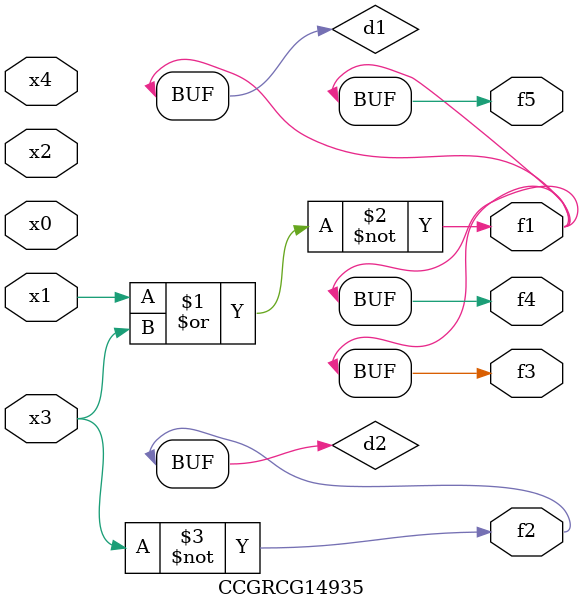
<source format=v>
module CCGRCG14935(
	input x0, x1, x2, x3, x4,
	output f1, f2, f3, f4, f5
);

	wire d1, d2;

	nor (d1, x1, x3);
	not (d2, x3);
	assign f1 = d1;
	assign f2 = d2;
	assign f3 = d1;
	assign f4 = d1;
	assign f5 = d1;
endmodule

</source>
